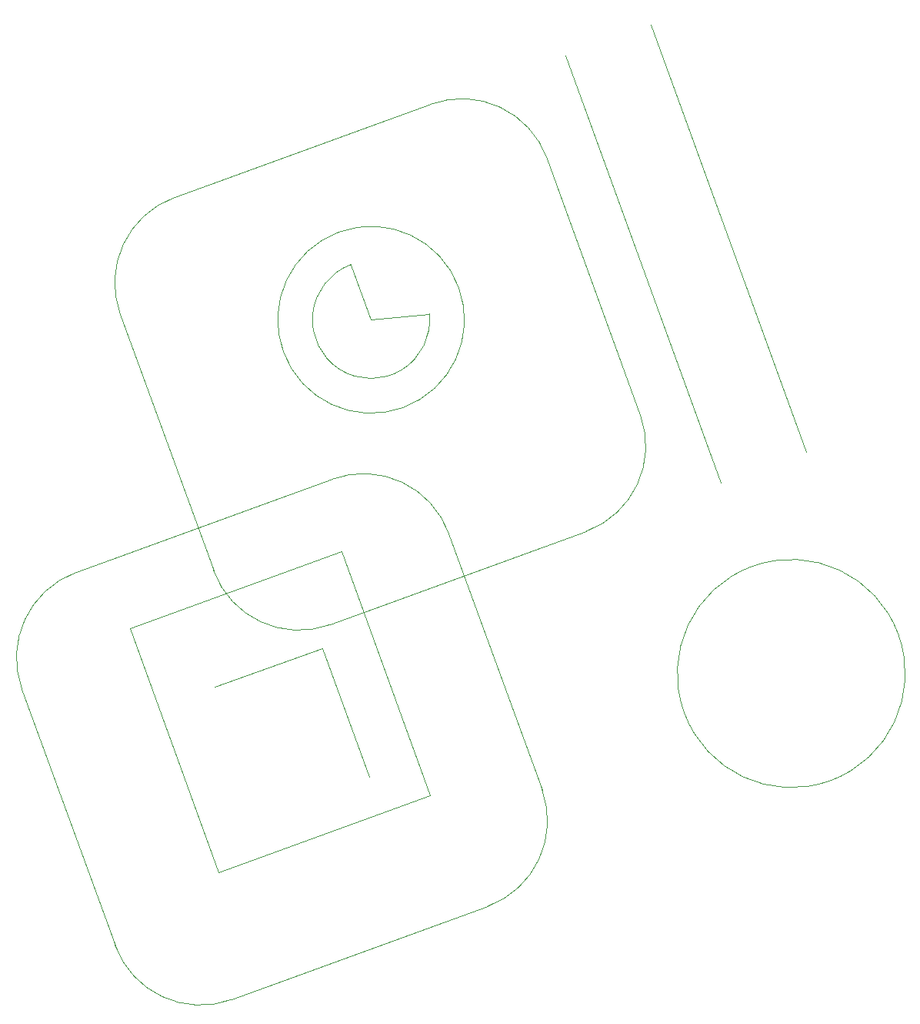
<source format=gtl>
%MOMM*%
%FSLAX34Y34*%
%IPPOS*%
%ADD10C,0*%
G75*
%LPD*%
D10*
G01*
X501270Y1044184D02*
G75*
G01*
X672280Y574337D01*
G01*
X595239Y1078386D02*
G75*
G01*
X766249Y608539D01*
G01*
X115513Y349758D02*
G75*
G01*
X233752Y392793D01*
G01*
X285379Y250949D01*
G01*
X416110Y108637D02*
G75*
G01*
X134202Y6031D01*
G02*
X6031Y65798I-34202J93969D01*
G01*
X-96575Y347706D01*
G02*
X-36808Y475877I93969J34202D01*
G01*
X245100Y578483D01*
G02*
X373271Y518716I34202J-93969D01*
G01*
X475877Y236808D01*
G02*
X416110Y108637I-93969J-34202D01*
G01*
X481496Y930988D02*
G75*
G01*
X584102Y649080D01*
G02*
X524335Y520909I-93969J-34202D01*
G01*
X242427Y418303D01*
G02*
X114256Y478070I-34202J93969D01*
G01*
X11650Y759978D01*
G02*
X71417Y888149I93969J34202D01*
G01*
X353325Y990755D01*
G02*
X481496Y930988I34202J-93969D01*
G01*
X254877Y499102D02*
G75*
G01*
X22279Y414443D01*
G01*
X120131Y145595D01*
G01*
X352730Y230254D01*
G01*
X254877Y499102D01*
G01*
X868133Y407583D02*
G75*
G03*
X868133Y407583I-117896J-42911D01*
G01*
X384341Y788789D02*
G75*
G03*
X384341Y788789I-96575J-35150D01*
G01*
X287766Y753639D02*
G75*
G01*
X265674Y814336D01*
G03*
X352035Y760098I22092J-60697D01*
G01*
X287766Y753639D01*
M02*

</source>
